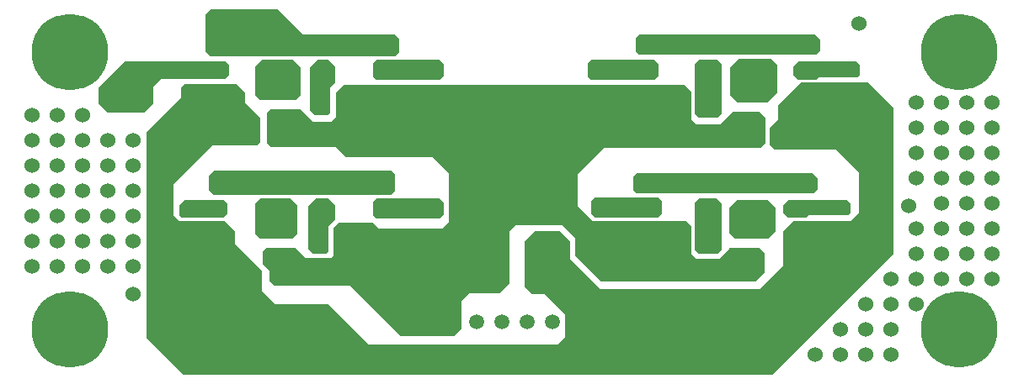
<source format=gtl>
G04 Layer_Physical_Order=1*
G04 Layer_Color=255*
%FSLAX23Y23*%
%MOIN*%
G70*
G01*
G75*
G04:AMPARAMS|DCode=10|XSize=106mil|YSize=51mil|CornerRadius=6mil|HoleSize=0mil|Usage=FLASHONLY|Rotation=0.000|XOffset=0mil|YOffset=0mil|HoleType=Round|Shape=RoundedRectangle|*
%AMROUNDEDRECTD10*
21,1,0.106,0.038,0,0,0.0*
21,1,0.094,0.051,0,0,0.0*
1,1,0.013,0.047,-0.019*
1,1,0.013,-0.047,-0.019*
1,1,0.013,-0.047,0.019*
1,1,0.013,0.047,0.019*
%
%ADD10ROUNDEDRECTD10*%
G04:AMPARAMS|DCode=11|XSize=106mil|YSize=51mil|CornerRadius=6mil|HoleSize=0mil|Usage=FLASHONLY|Rotation=270.000|XOffset=0mil|YOffset=0mil|HoleType=Round|Shape=RoundedRectangle|*
%AMROUNDEDRECTD11*
21,1,0.106,0.038,0,0,270.0*
21,1,0.094,0.051,0,0,270.0*
1,1,0.013,-0.019,-0.047*
1,1,0.013,-0.019,0.047*
1,1,0.013,0.019,0.047*
1,1,0.013,0.019,-0.047*
%
%ADD11ROUNDEDRECTD11*%
G04:AMPARAMS|DCode=12|XSize=39mil|YSize=35mil|CornerRadius=4mil|HoleSize=0mil|Usage=FLASHONLY|Rotation=270.000|XOffset=0mil|YOffset=0mil|HoleType=Round|Shape=RoundedRectangle|*
%AMROUNDEDRECTD12*
21,1,0.039,0.027,0,0,270.0*
21,1,0.031,0.035,0,0,270.0*
1,1,0.009,-0.013,-0.015*
1,1,0.009,-0.013,0.015*
1,1,0.009,0.013,0.015*
1,1,0.009,0.013,-0.015*
%
%ADD12ROUNDEDRECTD12*%
G04:AMPARAMS|DCode=13|XSize=39mil|YSize=35mil|CornerRadius=4mil|HoleSize=0mil|Usage=FLASHONLY|Rotation=0.000|XOffset=0mil|YOffset=0mil|HoleType=Round|Shape=RoundedRectangle|*
%AMROUNDEDRECTD13*
21,1,0.039,0.027,0,0,0.0*
21,1,0.031,0.035,0,0,0.0*
1,1,0.009,0.015,-0.013*
1,1,0.009,-0.015,-0.013*
1,1,0.009,-0.015,0.013*
1,1,0.009,0.015,0.013*
%
%ADD13ROUNDEDRECTD13*%
%ADD14C,0.015*%
%ADD15C,0.063*%
%ADD16C,0.060*%
%ADD17C,0.063*%
%ADD18R,0.063X0.063*%
%ADD19C,0.059*%
%ADD20R,0.059X0.059*%
G04:AMPARAMS|DCode=21|XSize=67mil|YSize=67mil|CornerRadius=8mil|HoleSize=0mil|Usage=FLASHONLY|Rotation=0.000|XOffset=0mil|YOffset=0mil|HoleType=Round|Shape=RoundedRectangle|*
%AMROUNDEDRECTD21*
21,1,0.067,0.050,0,0,0.0*
21,1,0.050,0.067,0,0,0.0*
1,1,0.017,0.025,-0.025*
1,1,0.017,-0.025,-0.025*
1,1,0.017,-0.025,0.025*
1,1,0.017,0.025,0.025*
%
%ADD21ROUNDEDRECTD21*%
%ADD22C,0.067*%
%ADD23C,0.303*%
G36*
X3170Y1350D02*
Y1305D01*
X3155Y1290D01*
X2455D01*
X2440Y1305D01*
X2440Y1355D01*
X2455Y1370D01*
X3150D01*
X3170Y1350D01*
D02*
G37*
G36*
X1122Y1370D02*
X1247D01*
X1247Y1370D01*
X1487Y1370D01*
X1503Y1355D01*
X1503Y1300D01*
X1487Y1285D01*
X1155Y1285D01*
Y1285D01*
X757D01*
X738Y1305D01*
Y1450D01*
X757Y1470D01*
X1023D01*
X1122Y1370D01*
D02*
G37*
G36*
X3328Y1247D02*
Y1212D01*
X3318Y1202D01*
X3162D01*
X3152Y1192D01*
X3082D01*
X3062Y1212D01*
X3062Y1242D01*
X3082Y1263D01*
X3312Y1263D01*
X3328Y1247D01*
D02*
G37*
G36*
X2530Y1255D02*
Y1205D01*
X2515Y1190D01*
X2265Y1190D01*
X2250Y1205D01*
Y1255D01*
X2265Y1270D01*
X2515D01*
X2530Y1255D01*
D02*
G37*
G36*
X1680D02*
Y1205D01*
X1665Y1190D01*
X1415Y1190D01*
X1400Y1205D01*
Y1255D01*
X1415Y1270D01*
X1665D01*
X1680Y1255D01*
D02*
G37*
G36*
X1115Y1240D02*
Y1130D01*
X1095Y1110D01*
X955D01*
X935Y1130D01*
Y1245D01*
X960Y1270D01*
X1085D01*
X1115Y1240D01*
D02*
G37*
G36*
X3000Y1250D02*
Y1140D01*
X2960Y1100D01*
X2845D01*
X2815Y1130D01*
Y1240D01*
X2850Y1275D01*
X2975D01*
X3000Y1250D01*
D02*
G37*
G36*
X895Y1140D02*
Y1100D01*
X915Y1080D01*
X600D01*
X640Y1120D01*
Y1160D01*
X655Y1175D01*
X860D01*
X895Y1140D01*
D02*
G37*
G36*
X830Y1250D02*
Y1210D01*
X815Y1195D01*
X560D01*
X530Y1165D01*
Y1095D01*
X495Y1060D01*
X350Y1060D01*
X315Y1095D01*
X315Y1160D01*
X420Y1265D01*
X815D01*
X830Y1250D01*
D02*
G37*
G36*
X1225Y1270D02*
X1250Y1245D01*
Y1180D01*
X1230Y1160D01*
Y1060D01*
X1220Y1050D01*
X1170D01*
X1150Y1070D01*
X1150Y1240D01*
X1180Y1270D01*
X1225Y1270D01*
D02*
G37*
G36*
X2765D02*
X2780Y1255D01*
X2780Y1055D01*
X2765Y1040D01*
X2690D01*
X2675Y1055D01*
Y1255D01*
X2690Y1270D01*
X2765Y1270D01*
D02*
G37*
G36*
X2660Y1145D02*
Y1035D01*
D01*
X2680Y1015D01*
X2775D01*
X2825Y1065D01*
X2930D01*
X2955Y1040D01*
Y940D01*
X2935Y920D01*
X2660D01*
Y920D01*
X2315Y920D01*
X2210Y815D01*
X2210D01*
Y690D01*
X2210D01*
X2270Y630D01*
X2640D01*
X2660Y610D01*
X2660Y500D01*
X2660D01*
X2680Y480D01*
X2770D01*
X2810Y520D01*
Y525D01*
X2930D01*
X2950Y505D01*
Y425D01*
X2915Y390D01*
X2305D01*
X2200Y495D01*
Y565D01*
X2150Y615D01*
X1965Y615D01*
X1940Y590D01*
Y615D01*
X1940D01*
X1940Y385D01*
X1900Y345D01*
X1780D01*
X1750Y315D01*
X1750Y205D01*
X1720Y175D01*
X1535Y175D01*
D01*
X1510D01*
X1310Y375D01*
X1010D01*
X990Y395D01*
Y435D01*
X965Y460D01*
Y510D01*
X980Y525D01*
X1095D01*
X1135Y485D01*
X1245D01*
X1245Y485D01*
Y485D01*
X1235D01*
X1245Y495D01*
Y605D01*
X1265Y625D01*
X1400D01*
X1425Y600D01*
X1675D01*
X1700Y625D01*
Y820D01*
X1635Y885D01*
X1295D01*
X1255Y925D01*
X995D01*
X980Y940D01*
Y1020D01*
Y1060D01*
X995Y1075D01*
X1115D01*
X1165Y1025D01*
X1235D01*
X1255Y1045D01*
Y1140D01*
X1285Y1170D01*
X2635D01*
X2660Y1145D01*
D02*
G37*
G36*
X955Y1040D02*
Y945D01*
X940Y930D01*
X915D01*
Y1080D01*
X955Y1040D01*
D02*
G37*
G36*
X3460Y1080D02*
Y500D01*
X3120Y160D01*
X2990Y30D01*
X2980Y20D01*
X650D01*
X505Y165D01*
Y985D01*
X600Y1080D01*
X915D01*
X915Y930D01*
X765Y930D01*
X610Y775D01*
Y655D01*
X615Y650D01*
X635Y630D01*
X680Y630D01*
Y630D01*
X815D01*
X855Y590D01*
Y540D01*
X960Y435D01*
Y355D01*
X960D01*
X1015Y300D01*
Y300D01*
X1225D01*
X1385Y140D01*
X1175D01*
X1175Y140D01*
X2130Y140D01*
X2160Y170D01*
Y260D01*
X2080Y340D01*
X2030D01*
X2000Y370D01*
X2000Y550D01*
X2040Y590D01*
X2140D01*
X2180Y550D01*
X2180Y480D01*
X2300Y360D01*
X2930Y360D01*
X3025Y455D01*
Y590D01*
X3065Y630D01*
X3200D01*
Y630D01*
X3200Y630D01*
X3290D01*
X3325Y665D01*
X3325Y825D01*
X3235Y915D01*
D01*
X2990D01*
X2970Y935D01*
Y1000D01*
X3005Y1035D01*
Y1090D01*
X3095Y1180D01*
X3360D01*
X3460Y1080D01*
D02*
G37*
G36*
X1487Y817D02*
X1487Y750D01*
X1472Y735D01*
X1140Y735D01*
D01*
X1120D01*
X770Y735D01*
X750Y750D01*
Y810D01*
X770Y830D01*
X1235D01*
X1235Y830D01*
X1475Y830D01*
X1487Y817D01*
D02*
G37*
G36*
X3160Y800D02*
Y755D01*
X3145Y740D01*
X2445D01*
X2430Y755D01*
X2430Y805D01*
X2445Y820D01*
X3140D01*
X3160Y800D01*
D02*
G37*
G36*
X3290Y700D02*
Y665D01*
X3280Y655D01*
X3125D01*
X3115Y645D01*
X3045D01*
X3025Y665D01*
X3025Y695D01*
X3045Y715D01*
X3275Y715D01*
X3290Y700D01*
D02*
G37*
G36*
X822D02*
Y660D01*
X808Y645D01*
X642D01*
X632Y655D01*
Y695D01*
X652Y715D01*
X808D01*
X822Y700D01*
D02*
G37*
G36*
X2545Y710D02*
Y660D01*
X2530Y645D01*
X2280Y645D01*
X2265Y660D01*
Y710D01*
X2280Y725D01*
X2530D01*
X2545Y710D01*
D02*
G37*
G36*
X1680Y705D02*
Y655D01*
X1665Y640D01*
X1415Y640D01*
X1400Y655D01*
Y705D01*
X1415Y720D01*
X1665D01*
X1680Y705D01*
D02*
G37*
G36*
X2995Y685D02*
Y590D01*
X2965Y560D01*
X2835D01*
X2810Y585D01*
X2810Y685D01*
X2840Y715D01*
X2965D01*
X2995Y685D01*
D02*
G37*
G36*
X1100Y695D02*
Y580D01*
X1080Y560D01*
X955D01*
X935Y580D01*
Y700D01*
X955Y720D01*
X1075D01*
X1100Y695D01*
D02*
G37*
G36*
X2780Y700D02*
Y515D01*
X2765Y500D01*
X2690D01*
X2675Y515D01*
Y705D01*
X2690Y720D01*
X2760D01*
X2780Y700D01*
D02*
G37*
G36*
X1225Y720D02*
X1250Y695D01*
Y635D01*
X1225Y610D01*
Y510D01*
X1215Y500D01*
X1165D01*
X1145Y520D01*
X1145Y690D01*
X1175Y720D01*
X1225Y720D01*
D02*
G37*
D10*
X2330Y568D02*
D03*
Y682D02*
D03*
Y1113D02*
D03*
Y1227D02*
D03*
X1615Y1113D02*
D03*
Y1227D02*
D03*
Y563D02*
D03*
Y677D02*
D03*
X1025Y478D02*
D03*
Y592D02*
D03*
X1045Y1033D02*
D03*
Y1147D02*
D03*
X2885Y1028D02*
D03*
Y1142D02*
D03*
X2875Y488D02*
D03*
Y602D02*
D03*
D11*
X2737Y560D02*
D03*
X2623D02*
D03*
X2737Y1100D02*
D03*
X2623D02*
D03*
X1193Y1110D02*
D03*
X1307D02*
D03*
X1183Y560D02*
D03*
X1297D02*
D03*
D12*
X1008Y415D02*
D03*
X942D02*
D03*
X1003Y960D02*
D03*
X937D02*
D03*
X2932Y955D02*
D03*
X2998D02*
D03*
D13*
X2860Y408D02*
D03*
Y342D02*
D03*
X660Y673D02*
D03*
Y607D02*
D03*
X675Y1218D02*
D03*
Y1152D02*
D03*
X3265Y1228D02*
D03*
Y1162D02*
D03*
Y678D02*
D03*
Y612D02*
D03*
D14*
X2710Y680D02*
X2737Y653D01*
Y560D02*
Y653D01*
D15*
X2475Y780D02*
D03*
Y680D02*
D03*
X2710Y780D02*
D03*
Y680D02*
D03*
X2475Y1330D02*
D03*
Y1230D02*
D03*
X2710Y1330D02*
D03*
Y1230D02*
D03*
X1445Y1330D02*
D03*
Y1230D02*
D03*
X1210Y1330D02*
D03*
Y1230D02*
D03*
X1445Y780D02*
D03*
Y680D02*
D03*
X1210Y780D02*
D03*
Y680D02*
D03*
X975Y780D02*
D03*
Y680D02*
D03*
Y1330D02*
D03*
Y1230D02*
D03*
X2945Y1335D02*
D03*
Y1235D02*
D03*
Y780D02*
D03*
Y680D02*
D03*
D16*
X2715Y185D02*
D03*
X2115Y850D02*
D03*
X3520Y690D02*
D03*
X3325Y1415D02*
D03*
X370Y1130D02*
D03*
X450Y340D02*
D03*
Y750D02*
D03*
Y650D02*
D03*
X350Y750D02*
D03*
Y650D02*
D03*
Y550D02*
D03*
X3450Y200D02*
D03*
Y100D02*
D03*
X3350D02*
D03*
X3150D02*
D03*
X3250D02*
D03*
Y200D02*
D03*
X3350D02*
D03*
Y300D02*
D03*
X3450D02*
D03*
Y400D02*
D03*
X3550Y300D02*
D03*
Y400D02*
D03*
Y500D02*
D03*
Y600D02*
D03*
X3650Y400D02*
D03*
Y500D02*
D03*
Y600D02*
D03*
Y700D02*
D03*
X3750D02*
D03*
Y600D02*
D03*
Y500D02*
D03*
Y400D02*
D03*
X3850Y700D02*
D03*
Y600D02*
D03*
Y500D02*
D03*
Y400D02*
D03*
Y800D02*
D03*
Y900D02*
D03*
Y1000D02*
D03*
Y1100D02*
D03*
X3750Y800D02*
D03*
Y900D02*
D03*
Y1000D02*
D03*
Y1100D02*
D03*
X3650Y800D02*
D03*
Y900D02*
D03*
Y1000D02*
D03*
Y1100D02*
D03*
X3550D02*
D03*
Y1000D02*
D03*
Y900D02*
D03*
Y800D02*
D03*
X450Y950D02*
D03*
Y850D02*
D03*
X350D02*
D03*
Y950D02*
D03*
X250Y450D02*
D03*
X150D02*
D03*
X50D02*
D03*
X250Y550D02*
D03*
X150D02*
D03*
X50D02*
D03*
X250Y650D02*
D03*
X150D02*
D03*
X50D02*
D03*
X250Y750D02*
D03*
X150D02*
D03*
X50D02*
D03*
Y850D02*
D03*
X150D02*
D03*
X250D02*
D03*
Y950D02*
D03*
X150D02*
D03*
X50D02*
D03*
Y1050D02*
D03*
X150D02*
D03*
X250D02*
D03*
X350Y450D02*
D03*
X450D02*
D03*
Y550D02*
D03*
D17*
X3105Y580D02*
D03*
Y680D02*
D03*
Y1130D02*
D03*
Y1230D02*
D03*
X790Y1130D02*
D03*
Y1230D02*
D03*
Y580D02*
D03*
Y680D02*
D03*
D18*
X3105Y780D02*
D03*
Y1330D02*
D03*
X790D02*
D03*
Y780D02*
D03*
D19*
X2310Y230D02*
D03*
X2210D02*
D03*
X2110D02*
D03*
X2010D02*
D03*
X1910D02*
D03*
X1810D02*
D03*
X1710D02*
D03*
D20*
X1610D02*
D03*
D21*
X1870Y540D02*
D03*
D22*
X2067D02*
D03*
D23*
X200Y200D02*
D03*
X3720D02*
D03*
X200Y1300D02*
D03*
X3720D02*
D03*
M02*

</source>
